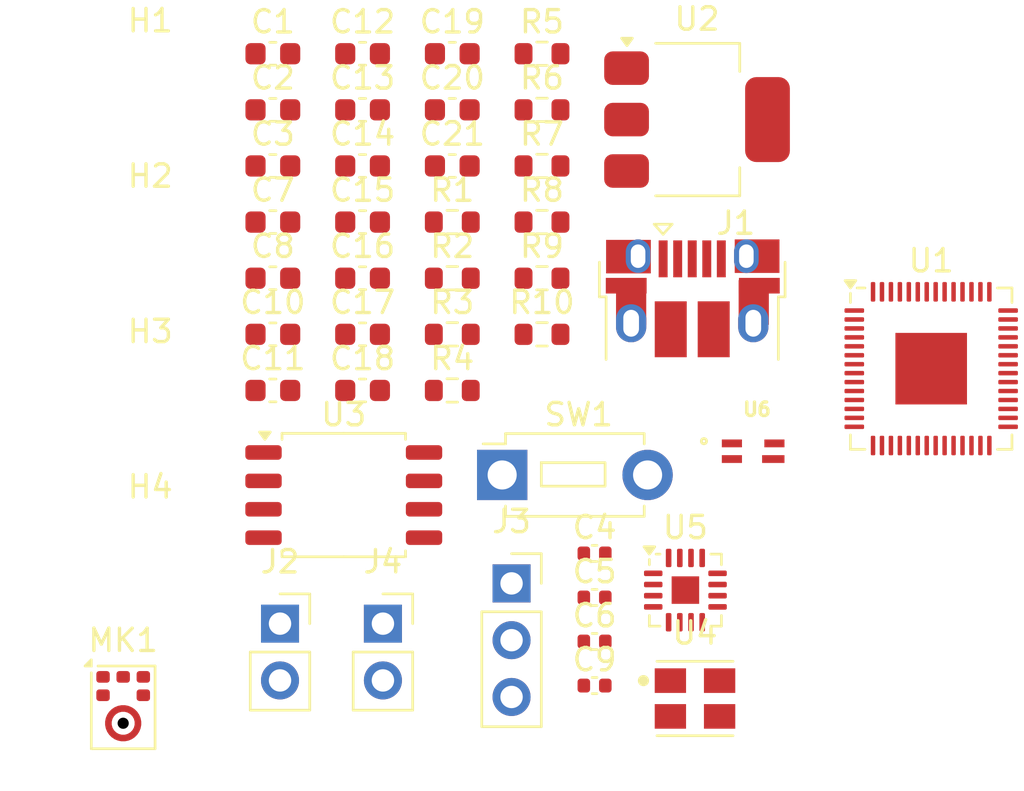
<source format=kicad_pcb>
(kicad_pcb (version 20241229) (generator "pcbnew") (generator_version "9.0")
  (layers (0 "F.Cu" signal) (2 "B.Cu" signal) (13 "F.Paste" user) (15 "B.Paste" user) (5 "F.SilkS" user "F.Silkscreen") (7 "B.SilkS" user "B.Silkscreen") (1 "F.Mask" user) (3 "B.Mask" user) (25 "Edge.Cuts" user))
  (net 0 "")
  (net 2 "+5V")
  (net 4 "GND")
  (net 6 "+3.3V")
  (net 7 "/XIN")
  (net 8 "/XOUT")
  (net 11 "+1V1")
  (net 12 "/USB_D+")
  (net 13 "/USB_D-")
  (net 15 "Net-(J2-Pin_2)")
  (net 17 "/SWD")
  (net 18 "/SWCLK")
  (net 19 "Net-(J4-Pin_2)")
  (net 21 "Net-(J4-Pin_1)")
  (net 25 "Net-(MK1-WS)")
  (net 26 "Net-(MK1-BCLK)")
  (net 30 "Net-(MK1-DATA)")
  (net 31 "/QSPI_SS")
  (net 32 "Net-(U1-USB_DP)")
  (net 33 "Net-(U1-USB_DM)")
  (net 34 "Net-(U5-~{SD_MODE})")
  (net 36 "/GPIO5")
  (net 38 "/GPIO4")
  (net 39 "/GPIO3")
  (net 40 "/GPIO6")
  (net 42 "/GPIO7")
  (net 44 "/RUN")
  (net 46 "/GPIO2")
  (net 49 "/QSPI_SD3")
  (net 52 "/QSPI_SCLK")
  (net 53 "/QSPI_SD1")
  (net 54 "/GPIO1")
  (net 55 "/QSPI_SD2")
  (net 56 "/QSPI_SD0")
  (net 57 "/GPIO0")
  (footprint "VEML6040:VISHAY_VEML6040_1.25X2X1" (layer "F.Cu") (at 127.9995 86.6395)
    (property "Reference" "U6" (at 0.173093 -1.872017 0) (layer "F.SilkS") (effects (font (size 0.600325 0.600325))))
    (property "Value" "VEML6040")
    (fp_circle (center -2.2 -0.45) (end -2.15 -0.45) (stroke (width 0.127)) (fill no) (layer "F.SilkS"))
    (pad "1" smd rect (at -0.95 -0.35) (size 0.9 0.35) (layers "F.Cu" "F.Mask" "F.Paste") (net 4 "GND"))
    (pad "2" smd rect (at -0.95 0.35) (size 0.9 0.35) (layers "F.Cu" "F.Mask" "F.Paste") (net 40 "/GPIO6"))
    (pad "3" smd rect (at 0.9 0.35) (size 1 0.35) (layers "F.Cu" "F.Mask" "F.Paste") (net 42 "/GPIO7"))
    (pad "4" smd rect (at 0.95 -0.35) (size 0.9 0.35) (layers "F.Cu" "F.Mask" "F.Paste") (net 6 "+3.3V"))
  )
  (footprint "Capacitor_SMD:C_0402_1005Metric" (layer "F.Cu") (at 120.911 91.211)
    (property "Reference" "C4" (at 0 -1.16 0) (layer "F.SilkS"))
    (property "Value" "15pF")
    (fp_line (start -0.107836 -0.36) (end 0.107836 -0.36) (stroke (width 0.12)) (layer "F.SilkS"))
    (fp_line (start -0.107836 0.36) (end 0.107836 0.36) (stroke (width 0.12)) (layer "F.SilkS"))
    (pad "1" smd roundrect (at -0.48 0) (size 0.56 0.62) (layers "F.Cu" "F.Mask" "F.Paste") (net 4 "GND"))
    (pad "2" smd roundrect (at 0.48 0) (size 0.56 0.62) (layers "F.Cu" "F.Mask" "F.Paste") (net 7 "/XIN"))
  )
  (footprint "Capacitor_SMD:C_0603_1608Metric" (layer "F.Cu") (at 110.541 83.921)
    (property "Reference" "C18" (at 0 -1.43 0) (layer "F.SilkS"))
    (property "Value" "0.1μF")
    (fp_line (start -0.14058 -0.51) (end 0.14058 -0.51) (stroke (width 0.12)) (layer "F.SilkS"))
    (fp_line (start -0.14058 0.51) (end 0.14058 0.51) (stroke (width 0.12)) (layer "F.SilkS"))
    (pad "1" smd roundrect (at -0.775 0) (size 0.9 0.95) (layers "F.Cu" "F.Mask" "F.Paste") (net 4 "GND"))
    (pad "2" smd roundrect (at 0.775 0) (size 0.9 0.95) (layers "F.Cu" "F.Mask" "F.Paste") (net 2 "+5V"))
  )
  (footprint "Capacitor_SMD:C_0603_1608Metric" (layer "F.Cu") (at 114.551 71.371)
    (property "Reference" "C20" (at 0 -1.43 0) (layer "F.SilkS"))
    (property "Value" "200pF")
    (fp_line (start -0.14058 -0.51) (end 0.14058 -0.51) (stroke (width 0.12)) (layer "F.SilkS"))
    (fp_line (start -0.14058 0.51) (end 0.14058 0.51) (stroke (width 0.12)) (layer "F.SilkS"))
    (pad "1" smd roundrect (at -0.775 0) (size 0.9 0.95) (layers "F.Cu" "F.Mask" "F.Paste") (net 4 "GND"))
    (pad "2" smd roundrect (at 0.775 0) (size 0.9 0.95) (layers "F.Cu" "F.Mask" "F.Paste") (net 6 "+3.3V"))
  )
  (footprint "Capacitor_SMD:C_0603_1608Metric" (layer "F.Cu") (at 110.541 76.391)
    (property "Reference" "C15" (at 0 -1.43 0) (layer "F.SilkS"))
    (property "Value" "100nF")
    (fp_line (start -0.14058 -0.51) (end 0.14058 -0.51) (stroke (width 0.12)) (layer "F.SilkS"))
    (fp_line (start -0.14058 0.51) (end 0.14058 0.51) (stroke (width 0.12)) (layer "F.SilkS"))
    (pad "1" smd roundrect (at -0.775 0) (size 0.9 0.95) (layers "F.Cu" "F.Mask" "F.Paste") (net 6 "+3.3V"))
    (pad "2" smd roundrect (at 0.775 0) (size 0.9 0.95) (layers "F.Cu" "F.Mask" "F.Paste") (net 4 "GND"))
  )
  (footprint "MountingHole:MountingHole_2.7mm_M2.5" (layer "F.Cu") (at 101.051 78.031)
    (property "Reference" "H2" (at 0 -3.7 0) (layer "F.SilkS"))
    (property "Value" "MountingHole")
    (pad "" np_thru_hole circle (at 0 0) (size 2.7 2.7) (drill 2.7) (layers "*.Cu" "*.Mask"))
  )
  (footprint "Package_TO_SOT_SMD:SOT-223-3_TabPin2" (layer "F.Cu") (at 125.491 71.806)
    (property "Reference" "U2" (at 0 -4.5 0) (layer "F.SilkS"))
    (property "Value" "NCP1117-3.3_SOT223")
    (fp_line (start -1.85 -3.41) (end 1.91 -3.41) (stroke (width 0.12)) (layer "F.SilkS"))
    (fp_line (start -1.85 3.41) (end 1.91 3.41) (stroke (width 0.12)) (layer "F.SilkS"))
    (fp_line (start 1.91 -3.41) (end 1.91 -2.15) (stroke (width 0.12)) (layer "F.SilkS"))
    (fp_line (start 1.91 3.41) (end 1.91 2.15) (stroke (width 0.12)) (layer "F.SilkS"))
    (fp_poly (pts (xy -3.13 -3.31) (xy -3.37 -3.64) (xy -2.89 -3.64) (xy -3.13 -3.31)) (stroke (width 0.12)) (fill yes) (layer "F.SilkS"))
    (pad "1" smd roundrect (at -3.15 -2.3) (size 2 1.5) (layers "F.Cu" "F.Mask" "F.Paste") (net 4 "GND"))
    (pad "2" smd roundrect (at -3.15 0) (size 2 1.5) (layers "F.Cu" "F.Mask" "F.Paste") (net 6 "+3.3V"))
    (pad "2" smd roundrect (at 3.15 0) (size 2 3.8) (layers "F.Cu" "F.Mask" "F.Paste") (net 6 "+3.3V"))
    (pad "3" smd roundrect (at -3.15 2.3) (size 2 1.5) (layers "F.Cu" "F.Mask" "F.Paste") (net 2 "+5V"))
  )
  (footprint "Button_Switch_THT:SW_PUSH_1P1T_6x3.5mm_H4.3_APEM_MJTP1243" (layer "F.Cu") (at 116.781 87.701)
    (property "Reference" "SW1" (at 3.42 -2.7 0) (layer "F.SilkS"))
    (property "Value" "SW_Push")
    (fp_line (start 0.15 -1.85) (end 0.15 -1.39) (stroke (width 0.12)) (layer "F.SilkS"))
    (fp_line (start 0.15 -1.39) (end -0.85 -1.39) (stroke (width 0.12)) (layer "F.SilkS"))
    (fp_line (start 0.15 1.39) (end 0.15 1.85) (stroke (width 0.12)) (layer "F.SilkS"))
    (fp_line (start 0.15 1.85) (end 6.35 1.85) (stroke (width 0.12)) (layer "F.SilkS"))
    (fp_line (start 6.35 -1.85) (end 0.15 -1.85) (stroke (width 0.12)) (layer "F.SilkS"))
    (fp_line (start 6.35 -1.85) (end 6.35 -1.39) (stroke (width 0.12)) (layer "F.SilkS"))
    (fp_line (start 6.35 1.39) (end 6.35 1.85) (stroke (width 0.12)) (layer "F.SilkS"))
    (fp_rect (start 1.75 -0.55) (end 4.6 0.5) (stroke (width 0.12)) (fill no) (layer "F.SilkS"))
    (pad "1" thru_hole rect (at 0 0 90) (size 2.25 2.25) (drill 1.3) (layers "*.Cu" "*.Mask") (net 44 "/RUN"))
    (pad "2" thru_hole circle (at 6.5 0 90) (size 2.25 2.25) (drill 1.3) (layers "*.Cu" "*.Mask") (net 4 "GND"))
  )
  (footprint "Capacitor_SMD:C_0603_1608Metric" (layer "F.Cu") (at 106.531 76.391)
    (property "Reference" "C7" (at 0 -1.43 0) (layer "F.SilkS"))
    (property "Value" "100nF")
    (fp_line (start -0.14058 -0.51) (end 0.14058 -0.51) (stroke (width 0.12)) (layer "F.SilkS"))
    (fp_line (start -0.14058 0.51) (end 0.14058 0.51) (stroke (width 0.12)) (layer "F.SilkS"))
    (pad "1" smd roundrect (at -0.775 0) (size 0.9 0.95) (layers "F.Cu" "F.Mask" "F.Paste") (net 11 "+1V1"))
    (pad "2" smd roundrect (at 0.775 0) (size 0.9 0.95) (layers "F.Cu" "F.Mask" "F.Paste") (net 4 "GND"))
  )
  (footprint "ABM8-272-T3:ABM8-272-T3" (layer "F.Cu") (at 125.4 97.7)
    (property "Reference" "U4" (at 0 -2.934 0) (layer "F.SilkS"))
    (property "Value" "ABM8-272-T3")
    (fp_line (start -1.7 -1.664) (end 1.7 -1.664) (stroke (width 0.12)) (layer "F.SilkS"))
    (fp_line (start 1.7 1.664) (end -1.7 1.664) (stroke (width 0.12)) (layer "F.SilkS"))
    (fp_circle (center -2.304 -0.8) (end -2.054 -0.8) (fill yes) (layer "F.SilkS"))
    (pad "1" smd rect (at -1.1 -0.8) (size 1.4 1.1) (layers "F.Cu" "F.Mask" "F.Paste") (net 7 "/XIN"))
    (pad "2" smd rect (at -1.1 0.8) (size 1.4 1.1) (layers "F.Cu" "F.Mask" "F.Paste") (net 4 "GND"))
    (pad "3" smd rect (at 1.1 0.8) (size 1.4 1.1) (layers "F.Cu" "F.Mask" "F.Paste") (net 8 "/XOUT"))
    (pad "4" smd rect (at 1.1 -0.8) (size 1.4 1.1) (layers "F.Cu" "F.Mask" "F.Paste") (net 4 "GND"))
  )
  (footprint "Capacitor_SMD:C_0603_1608Metric" (layer "F.Cu") (at 110.541 81.411)
    (property "Reference" "C17" (at 0 -1.43 0) (layer "F.SilkS"))
    (property "Value" "10μF")
    (fp_line (start -0.14058 -0.51) (end 0.14058 -0.51) (stroke (width 0.12)) (layer "F.SilkS"))
    (fp_line (start -0.14058 0.51) (end 0.14058 0.51) (stroke (width 0.12)) (layer "F.SilkS"))
    (pad "1" smd roundrect (at -0.775 0) (size 0.9 0.95) (layers "F.Cu" "F.Mask" "F.Paste") (net 4 "GND"))
    (pad "2" smd roundrect (at 0.775 0) (size 0.9 0.95) (layers "F.Cu" "F.Mask" "F.Paste") (net 2 "+5V"))
  )
  (footprint "Resistor_SMD:R_0603_1608Metric" (layer "F.Cu") (at 114.551 78.901)
    (property "Reference" "R2" (at 0 -1.43 0) (layer "F.SilkS"))
    (property "Value" "DNF")
    (fp_line (start -0.237258 -0.5225) (end 0.237258 -0.5225) (stroke (width 0.12)) (layer "F.SilkS"))
    (fp_line (start -0.237258 0.5225) (end 0.237258 0.5225) (stroke (width 0.12)) (layer "F.SilkS"))
    (pad "1" smd roundrect (at -0.825 0) (size 0.8 0.95) (layers "F.Cu" "F.Mask" "F.Paste") (net 31 "/QSPI_SS"))
    (pad "2" smd roundrect (at 0.825 0) (size 0.8 0.95) (layers "F.Cu" "F.Mask" "F.Paste") (net 6 "+3.3V"))
  )
  (footprint "Capacitor_SMD:C_0603_1608Metric" (layer "F.Cu") (at 106.531 68.861)
    (property "Reference" "C1" (at 0 -1.43 0) (layer "F.SilkS"))
    (property "Value" "10μF")
    (fp_line (start -0.14058 -0.51) (end 0.14058 -0.51) (stroke (width 0.12)) (layer "F.SilkS"))
    (fp_line (start -0.14058 0.51) (end 0.14058 0.51) (stroke (width 0.12)) (layer "F.SilkS"))
    (pad "1" smd roundrect (at -0.775 0) (size 0.9 0.95) (layers "F.Cu" "F.Mask" "F.Paste") (net 2 "+5V"))
    (pad "2" smd roundrect (at 0.775 0) (size 0.9 0.95) (layers "F.Cu" "F.Mask" "F.Paste") (net 4 "GND"))
  )
  (footprint "Resistor_SMD:R_0603_1608Metric" (layer "F.Cu") (at 114.551 83.921)
    (property "Reference" "R4" (at 0 -1.43 0) (layer "F.SilkS"))
    (property "Value" "27Ω")
    (fp_line (start -0.237258 -0.5225) (end 0.237258 -0.5225) (stroke (width 0.12)) (layer "F.SilkS"))
    (fp_line (start -0.237258 0.5225) (end 0.237258 0.5225) (stroke (width 0.12)) (layer "F.SilkS"))
    (pad "1" smd roundrect (at -0.825 0) (size 0.8 0.95) (layers "F.Cu" "F.Mask" "F.Paste") (net 13 "/USB_D-"))
    (pad "2" smd roundrect (at 0.825 0) (size 0.8 0.95) (layers "F.Cu" "F.Mask" "F.Paste") (net 33 "Net-(U1-USB_DM)"))
  )
  (footprint "Resistor_SMD:R_0603_1608Metric" (layer "F.Cu") (at 114.551 76.391)
    (property "Reference" "R1" (at 0 -1.43 0) (layer "F.SilkS"))
    (property "Value" "1kΩ")
    (fp_line (start -0.237258 -0.5225) (end 0.237258 -0.5225) (stroke (width 0.12)) (layer "F.SilkS"))
    (fp_line (start -0.237258 0.5225) (end 0.237258 0.5225) (stroke (width 0.12)) (layer "F.SilkS"))
    (pad "1" smd roundrect (at -0.825 0) (size 0.8 0.95) (layers "F.Cu" "F.Mask" "F.Paste") (net 15 "Net-(J2-Pin_2)"))
    (pad "2" smd roundrect (at 0.825 0) (size 0.8 0.95) (layers "F.Cu" "F.Mask" "F.Paste") (net 31 "/QSPI_SS"))
  )
  (footprint "Connector_USB:USB_Micro-B_Amphenol_10103594-0001LF_Horizontal" (layer "F.Cu") (at 125.301 79.801)
    (property "Reference" "J1" (at 1.925 -3.365 0) (layer "F.SilkS"))
    (property "Value" "USB_B_Micro")
    (fp_line (start -4.175 -0.065) (end -4.175 -1.615) (stroke (width 0.12)) (layer "F.SilkS"))
    (fp_line (start -4.175 -0.065) (end -3.875 -0.065) (stroke (width 0.12)) (layer "F.SilkS"))
    (fp_line (start -3.875 2.735) (end -3.875 -0.065) (stroke (width 0.12)) (layer "F.SilkS"))
    (fp_line (start -1.725 -3.315) (end -0.925 -3.315) (stroke (width 0.12)) (layer "F.SilkS"))
    (fp_line (start -1.325 -2.865) (end -1.725 -3.315) (stroke (width 0.12)) (layer "F.SilkS"))
    (fp_line (start -0.925 -3.315) (end -1.325 -2.865) (stroke (width 0.12)) (layer "F.SilkS"))
    (fp_line (start 3.825 -0.065) (end 4.125 -0.065) (stroke (width 0.12)) (layer "F.SilkS"))
    (fp_line (start 3.825 2.735) (end 3.825 -0.065) (stroke (width 0.12)) (layer "F.SilkS"))
    (fp_line (start 4.125 -0.065) (end 4.125 -1.615) (stroke (width 0.12)) (layer "F.SilkS"))
    (pad "1" smd rect (at -1.325 -1.765 90) (size 1.65 0.4) (layers "F.Cu" "F.Mask" "F.Paste") (net 2 "+5V"))
    (pad "2" smd rect (at -0.675 -1.765 90) (size 1.65 0.4) (layers "F.Cu" "F.Mask" "F.Paste") (net 13 "/USB_D-"))
    (pad "3" smd rect (at -0.025 -1.765 90) (size 1.65 0.4) (layers "F.Cu" "F.Mask" "F.Paste") (net 12 "/USB_D+"))
    (pad "4" smd rect (at 0.625 -1.765 90) (size 1.65 0.4) (layers "F.Cu" "F.Mask" "F.Paste"))
    (pad "5" smd rect (at 1.275 -1.765 90) (size 1.65 0.4) (layers "F.Cu" "F.Mask" "F.Paste") (net 4 "GND"))
    (pad "6" smd rect (at -2.975 -0.565) (size 1.825 0.7) (layers "F.Cu" "F.Mask" "F.Paste") (net 4 "GND"))
    (pad "6" smd rect (at -2.875 -1.865) (size 2 1.5) (layers "F.Cu" "F.Mask" "F.Paste") (net 4 "GND"))
    (pad "6" smd rect (at -2.755 0.185) (size 1.35 2) (layers "F.Cu" "F.Mask" "F.Paste") (net 4 "GND"))
    (pad "6" thru_hole oval (at -2.755 1.115 90) (size 1.7 1.35) (drill oval 1.2 0.7) (property pad_prop_heatsink) (layers "*.Cu" "*.Mask") (net 4 "GND"))
    (pad "6" thru_hole oval (at -2.445 -1.885 90) (size 1.5 1.1) (drill oval 1.05 0.65) (property pad_prop_heatsink) (layers "*.Cu" "*.Mask") (net 4 "GND"))
    (pad "6" smd rect (at -0.985 1.385 90) (size 2.5 1.43) (layers "F.Cu" "F.Mask" "F.Paste") (net 4 "GND"))
    (pad "6" smd rect (at 0.935 1.385 90) (size 2.5 1.43) (layers "F.Cu" "F.Mask" "F.Paste") (net 4 "GND"))
    (pad "6" thru_hole oval (at 2.395 -1.885 90) (size 1.5 1.1) (drill oval 1.05 0.65) (property pad_prop_heatsink) (layers "*.Cu" "*.Mask") (net 4 "GND"))
    (pad "6" thru_hole oval (at 2.705 1.115 90) (size 1.7 1.35) (drill oval 1.2 0.7) (property pad_prop_heatsink) (layers "*.Cu" "*.Mask") (net 4 "GND"))
    (pad "6" smd rect (at 2.725 0.185) (size 1.35 2) (layers "F.Cu" "F.Mask" "F.Paste") (net 4 "GND"))
    (pad "6" smd rect (at 2.875 -1.885) (size 2 1.5) (layers "F.Cu" "F.Mask" "F.Paste") (net 4 "GND"))
    (pad "6" smd rect (at 2.975 -0.565) (size 1.825 0.7) (layers "F.Cu" "F.Mask" "F.Paste") (net 4 "GND"))
  )
  (footprint "MountingHole:MountingHole_2.7mm_M2.5" (layer "F.Cu") (at 101.051 91.931)
    (property "Reference" "H4" (at 0 -3.7 0) (layer "F.SilkS"))
    (property "Value" "MountingHole")
    (pad "" np_thru_hole circle (at 0 0) (size 2.7 2.7) (drill 2.7) (layers "*.Cu" "*.Mask"))
  )
  (footprint "Capacitor_SMD:C_0603_1608Metric" (layer "F.Cu") (at 106.531 83.921)
    (property "Reference" "C11" (at 0 -1.43 0) (layer "F.SilkS"))
    (property "Value" "100nF")
    (fp_line (start -0.14058 -0.51) (end 0.14058 -0.51) (stroke (width 0.12)) (layer "F.SilkS"))
    (fp_line (start -0.14058 0.51) (end 0.14058 0.51) (stroke (width 0.12)) (layer "F.SilkS"))
    (pad "1" smd roundrect (at -0.775 0) (size 0.9 0.95) (layers "F.Cu" "F.Mask" "F.Paste") (net 6 "+3.3V"))
    (pad "2" smd roundrect (at 0.775 0) (size 0.9 0.95) (layers "F.Cu" "F.Mask" "F.Paste") (net 4 "GND"))
  )
  (footprint "MountingHole:MountingHole_2.7mm_M2.5" (layer "F.Cu") (at 101.051 84.981)
    (property "Reference" "H3" (at 0 -3.7 0) (layer "F.SilkS"))
    (property "Value" "MountingHole")
    (pad "" np_thru_hole circle (at 0 0) (size 2.7 2.7) (drill 2.7) (layers "*.Cu" "*.Mask"))
  )
  (footprint "Connector_PinSocket_2.54mm:PinSocket_1x02_P2.54mm_Vertical" (layer "F.Cu") (at 111.451 94.351)
    (property "Reference" "J4" (at 0 -2.77 0) (layer "F.SilkS"))
    (property "Value" "Conn_01x02")
    (fp_line (start -1.33 1.27) (end -1.33 3.87) (stroke (width 0.12)) (layer "F.SilkS"))
    (fp_line (start -1.33 1.27) (end 1.33 1.27) (stroke (width 0.12)) (layer "F.SilkS"))
    (fp_line (start -1.33 3.87) (end 1.33 3.87) (stroke (width 0.12)) (layer "F.SilkS"))
    (fp_line (start 0 -1.33) (end 1.33 -1.33) (stroke (width 0.12)) (layer "F.SilkS"))
    (fp_line (start 1.33 -1.33) (end 1.33 0) (stroke (width 0.12)) (layer "F.SilkS"))
    (fp_line (start 1.33 1.27) (end 1.33 3.87) (stroke (width 0.12)) (layer "F.SilkS"))
    (pad "1" thru_hole rect (at 0 0) (size 1.7 1.7) (drill 1) (layers "*.Cu" "*.Mask") (net 21 "Net-(J4-Pin_1)"))
    (pad "2" thru_hole oval (at 0 2.54) (size 1.7 1.7) (drill 1) (layers "*.Cu" "*.Mask") (net 19 "Net-(J4-Pin_2)"))
  )
  (footprint "Package_DFN_QFN:QFN-56-1EP_7x7mm_P0.4mm_EP3.2x3.2mm" (layer "F.Cu") (at 135.9577 82.9472)
    (property "Reference" "U1" (at 0 -4.83 0) (layer "F.SilkS"))
    (property "Value" "RP2040")
    (fp_line (start -3.61 -2.96) (end -3.61 -3.37) (stroke (width 0.12)) (layer "F.SilkS"))
    (fp_line (start -3.61 3.61) (end -3.61 2.96) (stroke (width 0.12)) (layer "F.SilkS"))
    (fp_line (start -2.96 -3.61) (end -3.31 -3.61) (stroke (width 0.12)) (layer "F.SilkS"))
    (fp_line (start -2.96 3.61) (end -3.61 3.61) (stroke (width 0.12)) (layer "F.SilkS"))
    (fp_line (start 2.96 -3.61) (end 3.61 -3.61) (stroke (width 0.12)) (layer "F.SilkS"))
    (fp_line (start 2.96 3.61) (end 3.61 3.61) (stroke (width 0.12)) (layer "F.SilkS"))
    (fp_line (start 3.61 -3.61) (end 3.61 -2.96) (stroke (width 0.12)) (layer "F.SilkS"))
    (fp_line (start 3.61 3.61) (end 3.61 2.96) (stroke (width 0.12)) (layer "F.SilkS"))
    (fp_poly (pts (xy -3.61 -3.61) (xy -3.85 -3.94) (xy -3.37 -3.94) (xy -3.61 -3.61)) (stroke (width 0.12)) (fill yes) (layer "F.SilkS"))
    (pad "1" smd roundrect (at -3.4375 -2.6) (size 0.875 0.2) (layers "F.Cu" "F.Mask" "F.Paste") (net 6 "+3.3V"))
    (pad "2" smd roundrect (at -3.4375 -2.2) (size 0.875 0.2) (layers "F.Cu" "F.Mask" "F.Paste") (net 57 "/GPIO0"))
    (pad "3" smd roundrect (at -3.4375 -1.8) (size 0.875 0.2) (layers "F.Cu" "F.Mask" "F.Paste") (net 54 "/GPIO1"))
    (pad "4" smd roundrect (at -3.4375 -1.4) (size 0.875 0.2) (layers "F.Cu" "F.Mask" "F.Paste") (net 46 "/GPIO2"))
    (pad "5" smd roundrect (at -3.4375 -1) (size 0.875 0.2) (layers "F.Cu" "F.Mask" "F.Paste") (net 39 "/GPIO3"))
    (pad "6" smd roundrect (at -3.4375 -0.6) (size 0.875 0.2) (layers "F.Cu" "F.Mask" "F.Paste") (net 38 "/GPIO4"))
    (pad "7" smd roundrect (at -3.4375 -0.2) (size 0.875 0.2) (layers "F.Cu" "F.Mask" "F.Paste") (net 36 "/GPIO5"))
    (pad "8" smd roundrect (at -3.4375 0.2) (size 0.875 0.2) (layers "F.Cu" "F.Mask" "F.Paste") (net 40 "/GPIO6"))
    (pad "9" smd roundrect (at -3.4375 0.6) (size 0.875 0.2) (layers "F.Cu" "F.Mask" "F.Paste") (net 42 "/GPIO7"))
    (pad "10" smd roundrect (at -3.4375 1) (size 0.875 0.2) (layers "F.Cu" "F.Mask" "F.Paste") (net 6 "+3.3V"))
    (pad "11" smd roundrect (at -3.4375 1.4) (size 0.875 0.2) (layers "F.Cu" "F.Mask" "F.Paste"))
    (pad "12" smd roundrect (at -3.4375 1.8) (size 0.875 0.2) (layers "F.Cu" "F.Mask" "F.Paste"))
    (pad "13" smd roundrect (at -3.4375 2.2) (size 0.875 0.2) (layers "F.Cu" "F.Mask" "F.Paste"))
    (pad "14" smd roundrect (at -3.4375 2.6) (size 0.875 0.2) (layers "F.Cu" "F.Mask" "F.Paste"))
    (pad "15" smd roundrect (at -2.6 3.4375) (size 0.2 0.875) (layers "F.Cu" "F.Mask" "F.Paste"))
    (pad "16" smd roundrect (at -2.2 3.4375) (size 0.2 0.875) (layers "F.Cu" "F.Mask" "F.Paste"))
    (pad "17" smd roundrect (at -1.8 3.4375) (size 0.2 0.875) (layers "F.Cu" "F.Mask" "F.Paste"))
    (pad "18" smd roundrect (at -1.4 3.4375) (size 0.2 0.875) (layers "F.Cu" "F.Mask" "F.Paste"))
    (pad "19" smd roundrect (at -1 3.4375) (size 0.2 0.875) (layers "F.Cu" "F.Mask" "F.Paste") (net 4 "GND"))
    (pad "20" smd roundrect (at -0.6 3.4375) (size 0.2 0.875) (layers "F.Cu" "F.Mask" "F.Paste") (net 7 "/XIN"))
    (pad "21" smd roundrect (at -0.2 3.4375) (size 0.2 0.875) (layers "F.Cu" "F.Mask" "F.Paste") (net 8 "/XOUT"))
    (pad "22" smd roundrect (at 0.2 3.4375) (size 0.2 0.875) (layers "F.Cu" "F.Mask" "F.Paste") (net 6 "+3.3V"))
    (pad "23" smd roundrect (at 0.6 3.4375) (size 0.2 0.875) (layers "F.Cu" "F.Mask" "F.Paste") (net 11 "+1V1"))
    (pad "24" smd roundrect (at 1 3.4375) (size 0.2 0.875) (layers "F.Cu" "F.Mask" "F.Paste") (net 18 "/SWCLK"))
    (pad "25" smd roundrect (at 1.4 3.4375) (size 0.2 0.875) (layers "F.Cu" "F.Mask" "F.Paste") (net 17 "/SWD"))
    (pad "26" smd roundrect (at 1.8 3.4375) (size 0.2 0.875) (layers "F.Cu" "F.Mask" "F.Paste") (net 44 "/RUN"))
    (pad "27" smd roundrect (at 2.2 3.4375) (size 0.2 0.875) (layers "F.Cu" "F.Mask" "F.Paste"))
    (pad "28" smd roundrect (at 2.6 3.4375) (size 0.2 0.875) (layers "F.Cu" "F.Mask" "F.Paste"))
    (pad "29" smd roundrect (at 3.4375 2.6) (size 0.875 0.2) (layers "F.Cu" "F.Mask" "F.Paste"))
    (pad "30" smd roundrect (at 3.4375 2.2) (size 0.875 0.2) (layers "F.Cu" "F.Mask" "F.Paste"))
    (pad "31" smd roundrect (at 3.4375 1.8) (size 0.875 0.2) (layers "F.Cu" "F.Mask" "F.Paste"))
    (pad "32" smd roundrect (at 3.4375 1.4) (size 0.875 0.2) (layers "F.Cu" "F.Mask" "F.Paste"))
    (pad "33" smd roundrect (at 3.4375 1) (size 0.875 0.2) (layers "F.Cu" "F.Mask" "F.Paste") (net 6 "+3.3V"))
    (pad "34" smd roundrect (at 3.4375 0.6) (size 0.875 0.2) (layers "F.Cu" "F.Mask" "F.Paste"))
    (pad "35" smd roundrect (at 3.4375 0.2) (size 0.875 0.2) (layers "F.Cu" "F.Mask" "F.Paste"))
    (pad "36" smd roundrect (at 3.4375 -0.2) (size 0.875 0.2) (layers "F.Cu" "F.Mask" "F.Paste"))
    (pad "37" smd roundrect (at 3.4375 -0.6) (size 0.875 0.2) (layers "F.Cu" "F.Mask" "F.Paste"))
    (pad "38" smd roundrect (at 3.4375 -1) (size 0.875 0.2) (layers "F.Cu" "F.Mask" "F.Paste"))
    (pad "39" smd roundrect (at 3.4375 -1.4) (size 0.875 0.2) (layers "F.Cu" "F.Mask" "F.Paste"))
    (pad "40" smd roundrect (at 3.4375 -1.8) (size 0.875 0.2) (layers "F.Cu" "F.Mask" "F.Paste"))
    (pad "41" smd roundrect (at 3.4375 -2.2) (size 0.875 0.2) (layers "F.Cu" "F.Mask" "F.Paste"))
    (pad "42" smd roundrect (at 3.4375 -2.6) (size 0.875 0.2) (layers "F.Cu" "F.Mask" "F.Paste") (net 6 "+3.3V"))
    (pad "43" smd roundrect (at 2.6 -3.4375) (size 0.2 0.875) (layers "F.Cu" "F.Mask" "F.Paste") (net 6 "+3.3V"))
    (pad "44" smd roundrect (at 2.2 -3.4375) (size 0.2 0.875) (layers "F.Cu" "F.Mask" "F.Paste") (net 6 "+3.3V"))
    (pad "45" smd roundrect (at 1.8 -3.4375) (size 0.2 0.875) (layers "F.Cu" "F.Mask" "F.Paste") (net 11 "+1V1"))
    (pad "46" smd roundrect (at 1.4 -3.4375) (size 0.2 0.875) (layers "F.Cu" "F.Mask" "F.Paste") (net 33 "Net-(U1-USB_DM)"))
    (pad "47" smd roundrect (at 1 -3.4375) (size 0.2 0.875) (layers "F.Cu" "F.Mask" "F.Paste") (net 32 "Net-(U1-USB_DP)"))
    (pad "48" smd roundrect (at 0.6 -3.4375) (size 0.2 0.875) (layers "F.Cu" "F.Mask" "F.Paste") (net 6 "+3.3V"))
    (pad "49" smd roundrect (at 0.2 -3.4375) (size 0.2 0.875) (layers "F.Cu" "F.Mask" "F.Paste") (net 6 "+3.3V"))
    (pad "50" smd roundrect (at -0.2 -3.4375) (size 0.2 0.875) (layers "F.Cu" "F.Mask" "F.Paste") (net 11 "+1V1"))
    (pad "51" smd roundrect (at -0.6 -3.4375) (size 0.2 0.875) (layers "F.Cu" "F.Mask" "F.Paste") (net 49 "/QSPI_SD3"))
    (pad "52" smd roundrect (at -1 -3.4375) (size 0.2 0.875) (layers "F.Cu" "F.Mask" "F.Paste") (net 52 "/QSPI_SCLK"))
    (pad "53" smd roundrect (at -1.4 -3.4375) (size 0.2 0.875) (layers "F.Cu" "F.Mask" "F.Paste") (net 56 "/QSPI_SD0"))
    (pad "54" smd roundrect (at -1.8 -3.4375) (size 0.2 0.875) (layers "F.Cu" "F.Mask" "F.Paste") (net 55 "/QSPI_SD2"))
    (pad "55" smd roundrect (at -2.2 -3.4375) (size 0.2 0.875) (layers "F.Cu" "F.Mask" "F.Paste") (net 53 "/QSPI_SD1"))
    (pad "56" smd roundrect (at -2.6 -3.4375) (size 0.2 0.875) (layers "F.Cu" "F.Mask" "F.Paste") (net 31 "/QSPI_SS"))
    (pad "57" smd rect (at 0 0) (size 3.2 3.2) (property pad_prop_heatsink) (layers "F.Cu" "F.Mask") (net 4 "GND"))
  )
  (footprint "Resistor_SMD:R_0603_1608Metric" (layer "F.Cu") (at 118.561 68.861)
    (property "Reference" "R5" (at 0 -1.43 0) (layer "F.SilkS"))
    (property "Value" "1MΩ")
    (fp_line (start -0.237258 -0.5225) (end 0.237258 -0.5225) (stroke (width 0.12)) (layer "F.SilkS"))
    (fp_line (start -0.237258 0.5225) (end 0.237258 0.5225) (stroke (width 0.12)) (layer "F.SilkS"))
    (pad "1" smd roundrect (at -0.825 0) (size 0.8 0.95) (layers "F.Cu" "F.Mask" "F.Paste") (net 2 "+5V"))
    (pad "2" smd roundrect (at 0.825 0) (size 0.8 0.95) (layers "F.Cu" "F.Mask" "F.Paste") (net 34 "Net-(U5-~{SD_MODE})"))
  )
  (footprint "Capacitor_SMD:C_0603_1608Metric" (layer "F.Cu") (at 114.551 73.881)
    (property "Reference" "C21" (at 0 -1.43 0) (layer "F.SilkS"))
    (property "Value" "100nF")
    (fp_line (start -0.14058 -0.51) (end 0.14058 -0.51) (stroke (width 0.12)) (layer "F.SilkS"))
    (fp_line (start -0.14058 0.51) (end 0.14058 0.51) (stroke (width 0.12)) (layer "F.SilkS"))
    (pad "1" smd roundrect (at -0.775 0) (size 0.9 0.95) (layers "F.Cu" "F.Mask" "F.Paste") (net 4 "GND"))
    (pad "2" smd roundrect (at 0.775 0) (size 0.9 0.95) (layers "F.Cu" "F.Mask" "F.Paste") (net 6 "+3.3V"))
  )
  (footprint "Capacitor_SMD:C_0603_1608Metric" (layer "F.Cu") (at 110.541 71.371)
    (property "Reference" "C13" (at 0 -1.43 0) (layer "F.SilkS"))
    (property "Value" "100nF")
    (fp_line (start -0.14058 -0.51) (end 0.14058 -0.51) (stroke (width 0.12)) (layer "F.SilkS"))
    (fp_line (start -0.14058 0.51) (end 0.14058 0.51) (stroke (width 0.12)) (layer "F.SilkS"))
    (pad "1" smd roundrect (at -0.775 0) (size 0.9 0.95) (layers "F.Cu" "F.Mask" "F.Paste") (net 6 "+3.3V"))
    (pad "2" smd roundrect (at 0.775 0) (size 0.9 0.95) (layers "F.Cu" "F.Mask" "F.Paste") (net 4 "GND"))
  )
  (footprint "Resistor_SMD:R_0603_1608Metric" (layer "F.Cu") (at 118.561 73.881)
    (property "Reference" "R7" (at 0 -1.43 0) (layer "F.SilkS"))
    (property "Value" "51Ω")
    (fp_line (start -0.237258 -0.5225) (end 0.237258 -0.5225) (stroke (width 0.12)) (layer "F.SilkS"))
    (fp_line (start -0.237258 0.5225) (end 0.237258 0.5225) (stroke (width 0.12)) (layer "F.SilkS"))
    (pad "1" smd roundrect (at -0.825 0) (size 0.8 0.95) (layers "F.Cu" "F.Mask" "F.Paste") (net 38 "/GPIO4"))
    (pad "2" smd roundrect (at 0.825 0) (size 0.8 0.95) (layers "F.Cu" "F.Mask" "F.Paste") (net 26 "Net-(MK1-BCLK)"))
  )
  (footprint "Connector_PinSocket_2.54mm:PinSocket_1x02_P2.54mm_Vertical" (layer "F.Cu") (at 106.851 94.351)
    (property "Reference" "J2" (at 0 -2.77 0) (layer "F.SilkS"))
    (property "Value" "Conn_01x02")
    (fp_line (start -1.33 1.27) (end -1.33 3.87) (stroke (width 0.12)) (layer "F.SilkS"))
    (fp_line (start -1.33 1.27) (end 1.33 1.27) (stroke (width 0.12)) (layer "F.SilkS"))
    (fp_line (start -1.33 3.87) (end 1.33 3.87) (stroke (width 0.12)) (layer "F.SilkS"))
    (fp_line (start 0 -1.33) (end 1.33 -1.33) (stroke (width 0.12)) (layer "F.SilkS"))
    (fp_line (start 1.33 -1.33) (end 1.33 0) (stroke (width 0.12)) (layer "F.SilkS"))
    (fp_line (start 1.33 1.27) (end 1.33 3.87) (stroke (width 0.12)) (layer "F.SilkS"))
    (pad "1" thru_hole rect (at 0 0) (size 1.7 1.7) (drill 1) (layers "*.Cu" "*.Mask") (net 4 "GND"))
    (pad "2" thru_hole oval (at 0 2.54) (size 1.7 1.7) (drill 1) (layers "*.Cu" "*.Mask") (net 15 "Net-(J2-Pin_2)"))
  )
  (footprint "Resistor_SMD:R_0603_1608Metric" (layer "F.Cu") (at 118.561 78.901)
    (property "Reference" "R9" (at 0 -1.43 0) (layer "F.SilkS"))
    (property "Value" "2.2kΩ")
    (fp_line (start -0.237258 -0.5225) (end 0.237258 -0.5225) (stroke (width 0.12)) (layer "F.SilkS"))
    (fp_line (start -0.237258 0.5225) (end 0.237258 0.5225) (stroke (width 0.12)) (layer "F.SilkS"))
    (pad "1" smd roundrect (at -0.825 0) (size 0.8 0.95) (layers "F.Cu" "F.Mask" "F.Paste") (net 40 "/GPIO6"))
    (pad "2" smd roundrect (at 0.825 0) (size 0.8 0.95) (layers "F.Cu" "F.Mask" "F.Paste") (net 6 "+3.3V"))
  )
  (footprint "Resistor_SMD:R_0603_1608Metric" (layer "F.Cu") (at 118.561 81.411)
    (property "Reference" "R10" (at 0 -1.43 0) (layer "F.SilkS"))
    (property "Value" "2.2kΩ")
    (fp_line (start -0.237258 -0.5225) (end 0.237258 -0.5225) (stroke (width 0.12)) (layer "F.SilkS"))
    (fp_line (start -0.237258 0.5225) (end 0.237258 0.5225) (stroke (width 0.12)) (layer "F.SilkS"))
    (pad "1" smd roundrect (at -0.825 0) (size 0.8 0.95) (layers "F.Cu" "F.Mask" "F.Paste") (net 42 "/GPIO7"))
    (pad "2" smd roundrect (at 0.825 0) (size 0.8 0.95) (layers "F.Cu" "F.Mask" "F.Paste") (net 6 "+3.3V"))
  )
  (footprint "Package_SO:SOIC-8_5.3x5.3mm_P1.27mm" (layer "F.Cu") (at 109.701 88.601)
    (property "Reference" "U3" (at 0 -3.6 0) (layer "F.SilkS"))
    (property "Value" "W25Q128JVS")
    (fp_line (start -2.76 -2.76) (end -2.76 -2.49) (stroke (width 0.12)) (layer "F.SilkS"))
    (fp_line (start -2.76 2.76) (end -2.76 2.49) (stroke (width 0.12)) (layer "F.SilkS"))
    (fp_line (start 0 -2.76) (end -2.76 -2.76) (stroke (width 0.12)) (layer "F.SilkS"))
    (fp_line (start 0 -2.76) (end 2.76 -2.76) (stroke (width 0.12)) (layer "F.SilkS"))
    (fp_line (start 0 2.76) (end -2.76 2.76) (stroke (width 0.12)) (layer "F.SilkS"))
    (fp_line (start 0 2.76) (end 2.76 2.76) (stroke (width 0.12)) (layer "F.SilkS"))
    (fp_line (start 2.76 -2.76) (end 2.76 -2.49) (stroke (width 0.12)) (layer "F.SilkS"))
    (fp_line (start 2.76 2.76) (end 2.76 2.49) (stroke (width 0.12)) (layer "F.SilkS"))
    (fp_poly (pts (xy -3.525 -2.49) (xy -3.765 -2.82) (xy -3.285 -2.82) (xy -3.525 -2.49)) (stroke (width 0.12)) (fill yes) (layer "F.SilkS"))
    (pad "1" smd roundrect (at -3.5875 -1.905) (size 1.625 0.65) (layers "F.Cu" "F.Mask" "F.Paste") (net 31 "/QSPI_SS"))
    (pad "2" smd roundrect (at -3.5875 -0.635) (size 1.625 0.65) (layers "F.Cu" "F.Mask" "F.Paste") (net 53 "/QSPI_SD1"))
    (pad "3" smd roundrect (at -3.5875 0.635) (size 1.625 0.65) (layers "F.Cu" "F.Mask" "F.Paste") (net 55 "/QSPI_SD2"))
    (pad "4" smd roundrect (at -3.5875 1.905) (size 1.625 0.65) (layers "F.Cu" "F.Mask" "F.Paste") (net 4 "GND"))
    (pad "5" smd roundrect (at 3.5875 1.905) (size 1.625 0.65) (layers "F.Cu" "F.Mask" "F.Paste") (net 56 "/QSPI_SD0"))
    (pad "6" smd roundrect (at 3.5875 0.635) (size 1.625 0.65) (layers "F.Cu" "F.Mask" "F.Paste") (net 52 "/QSPI_SCLK"))
    (pad "7" smd roundrect (at 3.5875 -0.635) (size 1.625 0.65) (layers "F.Cu" "F.Mask" "F.Paste") (net 49 "/QSPI_SD3"))
    (pad "8" smd roundrect (at 3.5875 -1.905) (size 1.625 0.65) (layers "F.Cu" "F.Mask" "F.Paste") (net 6 "+3.3V"))
  )
  (footprint "Resistor_SMD:R_0603_1608Metric" (layer "F.Cu") (at 118.561 71.371)
    (property "Reference" "R6" (at 0 -1.43 0) (layer "F.SilkS"))
    (property "Value" "51Ω")
    (fp_line (start -0.237258 -0.5225) (end 0.237258 -0.5225) (stroke (width 0.12)) (layer "F.SilkS"))
    (fp_line (start -0.237258 0.5225) (end 0.237258 0.5225) (stroke (width 0.12)) (layer "F.SilkS"))
    (pad "1" smd roundrect (at -0.825 0) (size 0.8 0.95) (layers "F.Cu" "F.Mask" "F.Paste") (net 36 "/GPIO5"))
    (pad "2" smd roundrect (at 0.825 0) (size 0.8 0.95) (layers "F.Cu" "F.Mask" "F.Paste") (net 25 "Net-(MK1-WS)"))
  )
  (footprint "Capacitor_SMD:C_0603_1608Metric" (layer "F.Cu") (at 106.531 78.901)
    (property "Reference" "C8" (at 0 -1.43 0) (layer "F.SilkS"))
    (property "Value" "100nF")
    (fp_line (start -0.14058 -0.51) (end 0.14058 -0.51) (stroke (width 0.12)) (layer "F.SilkS"))
    (fp_line (start -0.14058 0.51) (end 0.14058 0.51) (stroke (width 0.12)) (layer "F.SilkS"))
    (pad "1" smd roundrect (at -0.775 0) (size 0.9 0.95) (layers "F.Cu" "F.Mask" "F.Paste") (net 11 "+1V1"))
    (pad "2" smd roundrect (at 0.775 0) (size 0.9 0.95) (layers "F.Cu" "F.Mask" "F.Paste") (net 4 "GND"))
  )
  (footprint "Sensor_Audio:Knowles_SPH0645LM4H-6_3.5x2.65mm" (layer "F.Cu") (at 99.841 98.096)
    (property "Reference" "MK1" (at 0 -3 0) (layer "F.SilkS"))
    (property "Value" "SPH0645LM4H")
    (fp_line (start -1.425 1.85) (end -1.425 -1.55) (stroke (width 0.12)) (layer "F.SilkS"))
    (fp_line (start -1.125 -1.85) (end 1.425 -1.85) (stroke (width 0.12)) (layer "F.SilkS"))
    (fp_line (start 1.425 -1.85) (end 1.425 1.85) (stroke (width 0.12)) (layer "F.SilkS"))
    (fp_line (start 1.425 1.85) (end -1.425 1.85) (stroke (width 0.12)) (layer "F.SilkS"))
    (fp_poly (pts (xy -1.425 -1.85) (xy -1.705 -1.85) (xy -1.425 -2.13) (xy -1.425 -1.85)) (stroke (width 0.12)) (fill yes) (layer "F.SilkS"))
    (pad "" np_thru_hole circle (at 0 0.71) (size 0.5 0.5) (drill 0.5) (layers "*.Mask"))
    (pad "1" smd roundrect (at -0.9 -1.364) (size 0.6 0.522) (layers "F.Cu" "F.Mask" "F.Paste") (net 25 "Net-(MK1-WS)"))
    (pad "2" smd roundrect (at -0.9 -0.542) (size 0.6 0.522) (layers "F.Cu" "F.Mask" "F.Paste") (net 4 "GND"))
    (pad "3" smd custom (at 0.662 0.71 90) (size 0.3 0.3) (layers "F.Cu" "F.Mask") (net 4 "GND") (options (clearance outline) (anchor circle)) (primitives (gr_circle (center 0 -0.662) (end 0.662 -0.662) (width 0.3) (fill no))))
    (pad "4" smd roundrect (at 0.9 -0.542) (size 0.6 0.522) (layers "F.Cu" "F.Mask" "F.Paste") (net 26 "Net-(MK1-BCLK)"))
    (pad "5" smd roundrect (at 0.9 -1.364) (size 0.6 0.522) (layers "F.Cu" "F.Mask" "F.Paste") (net 6 "+3.3V"))
    (pad "6" smd roundrect (at 0 -1.364) (size 0.6 0.522) (layers "F.Cu" "F.Mask" "F.Paste") (net 30 "Net-(MK1-DATA)"))
  )
  (footprint "Capacitor_SMD:C_0603_1608Metric" (layer "F.Cu") (at 110.541 78.901)
    (property "Reference" "C16" (at 0 -1.43 0) (layer "F.SilkS"))
    (property "Value" "100nF")
    (fp_line (start -0.14058 -0.51) (end 0.14058 -0.51) (stroke (width 0.12)) (layer "F.SilkS"))
    (fp_line (start -0.14058 0.51) (end 0.14058 0.51) (stroke (width 0.12)) (layer "F.SilkS"))
    (pad "1" smd roundrect (at -0.775 0) (size 0.9 0.95) (layers "F.Cu" "F.Mask" "F.Paste") (net 6 "+3.3V"))
    (pad "2" smd roundrect (at 0.775 0) (size 0.9 0.95) (layers "F.Cu" "F.Mask" "F.Paste") (net 4 "GND"))
  )
  (footprint "Connector_PinSocket_2.54mm:PinSocket_1x03_P2.54mm_Vertical" (layer "F.Cu") (at 117.201 92.551)
    (property "Reference" "J3" (at 0 -2.77 0) (layer "F.SilkS"))
    (property "Value" "Conn_01x03")
    (fp_line (start -1.33 1.27) (end -1.33 6.41) (stroke (width 0.12)) (layer "F.SilkS"))
    (fp_line (start -1.33 1.27) (end 1.33 1.27) (stroke (width 0.12)) (layer "F.SilkS"))
    (fp_line (start -1.33 6.41) (end 1.33 6.41) (stroke (width 0.12)) (layer "F.SilkS"))
    (fp_line (start 0 -1.33) (end 1.33 -1.33) (stroke (width 0.12)) (layer "F.SilkS"))
    (fp_line (start 1.33 -1.33) (end 1.33 0) (stroke (width 0.12)) (layer "F.SilkS"))
    (fp_line (start 1.33 1.27) (end 1.33 6.41) (stroke (width 0.12)) (layer "F.SilkS"))
    (pad "1" thru_hole rect (at 0 0) (size 1.7 1.7) (drill 1) (layers "*.Cu" "*.Mask") (net 18 "/SWCLK"))
    (pad "2" thru_hole oval (at 0 2.54) (size 1.7 1.7) (drill 1) (layers "*.Cu" "*.Mask") (net 4 "GND"))
    (pad "3" thru_hole oval (at 0 5.08) (size 1.7 1.7) (drill 1) (layers "*.Cu" "*.Mask") (net 17 "/SWD"))
  )
  (footprint "Resistor_SMD:R_0603_1608Metric" (layer "F.Cu") (at 118.561 76.391)
    (property "Reference" "R8" (at 0 -1.43 0) (layer "F.SilkS"))
    (property "Value" "51Ω")
    (fp_line (start -0.237258 -0.5225) (end 0.237258 -0.5225) (stroke (width 0.12)) (layer "F.SilkS"))
    (fp_line (start -0.237258 0.5225) (end 0.237258 0.5225) (stroke (width 0.12)) (layer "F.SilkS"))
    (pad "1" smd roundrect (at -0.825 0) (size 0.8 0.95) (layers "F.Cu" "F.Mask" "F.Paste") (net 30 "Net-(MK1-DATA)"))
    (pad "2" smd roundrect (at 0.825 0) (size 0.8 0.95) (layers "F.Cu" "F.Mask" "F.Paste") (net 39 "/GPIO3"))
  )
  (footprint "Package_DFN_QFN:TQFN-16-1EP_3x3mm_P0.5mm_EP1.23x1.23mm" (layer "F.Cu") (at 124.971 92.851)
    (property "Reference" "U5" (at 0 -2.8 0) (layer "F.SilkS"))
    (property "Value" "MAX98357A")
    (fp_line (start -1.61 -1.135) (end -1.61 -1.37) (stroke (width 0.12)) (layer "F.SilkS"))
    (fp_line (start -1.61 1.61) (end -1.61 1.135) (stroke (width 0.12)) (layer "F.SilkS"))
    (fp_line (start -1.135 -1.61) (end -1.31 -1.61) (stroke (width 0.12)) (layer "F.SilkS"))
    (fp_line (start -1.135 1.61) (end -1.61 1.61) (stroke (width 0.12)) (layer "F.SilkS"))
    (fp_line (start 1.135 -1.61) (end 1.61 -1.61) (stroke (width 0.12)) (layer "F.SilkS"))
    (fp_line (start 1.135 1.61) (end 1.61 1.61) (stroke (width 0.12)) (layer "F.SilkS"))
    (fp_line (start 1.61 -1.61) (end 1.61 -1.135) (stroke (width 0.12)) (layer "F.SilkS"))
    (fp_line (start 1.61 1.61) (end 1.61 1.135) (stroke (width 0.12)) (layer "F.SilkS"))
    (fp_poly (pts (xy -1.61 -1.61) (xy -1.85 -1.94) (xy -1.37 -1.94) (xy -1.61 -1.61)) (stroke (width 0.12)) (fill yes) (layer "F.SilkS"))
    (pad "1" smd roundrect (at -1.4375 -0.75) (size 0.825 0.25) (layers "F.Cu" "F.Mask" "F.Paste") (net 57 "/GPIO0"))
    (pad "2" smd roundrect (at -1.4375 -0.25) (size 0.825 0.25) (layers "F.Cu" "F.Mask" "F.Paste") (net 4 "GND"))
    (pad "3" smd roundrect (at -1.4375 0.25) (size 0.825 0.25) (layers "F.Cu" "F.Mask" "F.Paste") (net 4 "GND"))
    (pad "4" smd roundrect (at -1.4375 0.75) (size 0.825 0.25) (layers "F.Cu" "F.Mask" "F.Paste") (net 34 "Net-(U5-~{SD_MODE})"))
    (pad "5" smd roundrect (at -0.75 1.4375) (size 0.25 0.825) (layers "F.Cu" "F.Mask" "F.Paste"))
    (pad "6" smd roundrect (at -0.25 1.4375) (size 0.25 0.825) (layers "F.Cu" "F.Mask" "F.Paste"))
    (pad "7" smd roundrect (at 0.25 1.4375) (size 0.25 0.825) (layers "F.Cu" "F.Mask" "F.Paste") (net 2 "+5V"))
    (pad "8" smd roundrect (at 0.75 1.4375) (size 0.25 0.825) (layers "F.Cu" "F.Mask" "F.Paste") (net 2 "+5V"))
    (pad "9" smd roundrect (at 1.4375 0.75) (size 0.825 0.25) (layers "F.Cu" "F.Mask" "F.Paste") (net 21 "Net-(J4-Pin_1)"))
    (pad "10" smd roundrect (at 1.4375 0.25) (size 0.825 0.25) (layers "F.Cu" "F.Mask" "F.Paste") (net 19 "Net-(J4-Pin_2)"))
    (pad "11" smd roundrect (at 1.4375 -0.25) (size 0.825 0.25) (layers "F.Cu" "F.Mask" "F.Paste") (net 4 "GND"))
    (pad "12" smd roundrect (at 1.4375 -0.75) (size 0.825 0.25) (layers "F.Cu" "F.Mask" "F.Paste"))
    (pad "13" smd roundrect (at 0.75 -1.4375) (size 0.25 0.825) (layers "F.Cu" "F.Mask" "F.Paste"))
    (pad "14" smd roundrect (at 0.25 -1.4375) (size 0.25 0.825) (layers "F.Cu" "F.Mask" "F.Paste") (net 46 "/GPIO2"))
    (pad "15" smd roundrect (at -0.25 -1.4375) (size 0.25 0.825) (layers "F.Cu" "F.Mask" "F.Paste") (net 4 "GND"))
    (pad "16" smd roundrect (at -0.75 -1.4375) (size 0.25 0.825) (layers "F.Cu" "F.Mask" "F.Paste") (net 54 "/GPIO1"))
    (pad "17" smd rect (at 0 0) (size 1.23 1.23) (property pad_prop_heatsink) (layers "F.Cu" "F.Mask") (net 4 "GND"))
  )
  (footprint "Resistor_SMD:R_0603_1608Metric" (layer "F.Cu") (at 114.551 81.411)
    (property "Reference" "R3" (at 0 -1.43 0) (layer "F.SilkS"))
    (property "Value" "27Ω")
    (fp_line (start -0.237258 -0.5225) (end 0.237258 -0.5225) (stroke (width 0.12)) (layer "F.SilkS"))
    (fp_line (start -0.237258 0.5225) (end 0.237258 0.5225) (stroke (width 0.12)) (layer "F.SilkS"))
    (pad "1" smd roundrect (at -0.825 0) (size 0.8 0.95) (layers "F.Cu" "F.Mask" "F.Paste") (net 12 "/USB_D+"))
    (pad "2" smd roundrect (at 0.825 0) (size 0.8 0.95) (layers "F.Cu" "F.Mask" "F.Paste") (net 32 "Net-(U1-USB_DP)"))
  )
  (footprint "Capacitor_SMD:C_0603_1608Metric" (layer "F.Cu") (at 114.551 68.861)
    (property "Reference" "C19" (at 0 -1.43 0) (layer "F.SilkS"))
    (property "Value" "0.1μF")
    (fp_line (start -0.14058 -0.51) (end 0.14058 -0.51) (stroke (width 0.12)) (layer "F.SilkS"))
    (fp_line (start -0.14058 0.51) (end 0.14058 0.51) (stroke (width 0.12)) (layer "F.SilkS"))
    (pad "1" smd roundrect (at -0.775 0) (size 0.9 0.95) (layers "F.Cu" "F.Mask" "F.Paste") (net 4 "GND"))
    (pad "2" smd roundrect (at 0.775 0) (size 0.9 0.95) (layers "F.Cu" "F.Mask" "F.Paste") (net 6 "+3.3V"))
  )
  (footprint "Capacitor_SMD:C_0402_1005Metric" (layer "F.Cu") (at 120.911 93.181)
    (property "Reference" "C5" (at 0 -1.16 0) (layer "F.SilkS"))
    (property "Value" "15pF")
    (fp_line (start -0.107836 -0.36) (end 0.107836 -0.36) (stroke (width 0.12)) (layer "F.SilkS"))
    (fp_line (start -0.107836 0.36) (end 0.107836 0.36) (stroke (width 0.12)) (layer "F.SilkS"))
    (pad "1" smd roundrect (at -0.48 0) (size 0.56 0.62) (layers "F.Cu" "F.Mask" "F.Paste") (net 4 "GND"))
    (pad "2" smd roundrect (at 0.48 0) (size 0.56 0.62) (layers "F.Cu" "F.Mask" "F.Paste") (net 8 "/XOUT"))
  )
  (footprint "MountingHole:MountingHole_2.7mm_M2.5" (layer "F.Cu") (at 101.051 71.081)
    (property "Reference" "H1" (at 0 -3.7 0) (layer "F.SilkS"))
    (property "Value" "MountingHole")
    (pad "" np_thru_hole circle (at 0 0) (size 2.7 2.7) (drill 2.7) (layers "*.Cu" "*.Mask"))
  )
  (footprint "Capacitor_SMD:C_0603_1608Metric" (layer "F.Cu") (at 110.541 68.861)
    (property "Reference" "C12" (at 0 -1.43 0) (layer "F.SilkS"))
    (property "Value" "100nF")
    (fp_line (start -0.14058 -0.51) (end 0.14058 -0.51) (stroke (width 0.12)) (layer "F.SilkS"))
    (fp_line (start -0.14058 0.51) (end 0.14058 0.51) (stroke (width 0.12)) (layer "F.SilkS"))
    (pad "1" smd roundrect (at -0.775 0) (size 0.9 0.95) (layers "F.Cu" "F.Mask" "F.Paste") (net 6 "+3.3V"))
    (pad "2" smd roundrect (at 0.775 0) (size 0.9 0.95) (layers "F.Cu" "F.Mask" "F.Paste") (net 4 "GND"))
  )
  (footprint "Capacitor_SMD:C_0603_1608Metric" (layer "F.Cu") (at 110.541 73.881)
    (property "Reference" "C14" (at 0 -1.43 0) (layer "F.SilkS"))
    (property "Value" "100nF")
    (fp_line (start -0.14058 -0.51) (end 0.14058 -0.51) (stroke (width 0.12)) (layer "F.SilkS"))
    (fp_line (start -0.14058 0.51) (end 0.14058 0.51) (stroke (width 0.12)) (layer "F.SilkS"))
    (pad "1" smd roundrect (at -0.775 0) (size 0.9 0.95) (layers "F.Cu" "F.Mask" "F.Paste") (net 6 "+3.3V"))
    (pad "2" smd roundrect (at 0.775 0) (size 0.9 0.95) (layers "F.Cu" "F.Mask" "F.Paste") (net 4 "GND"))
  )
  (footprint "Capacitor_SMD:C_0603_1608Metric" (layer "F.Cu") (at 106.531 71.371)
    (property "Reference" "C2" (at 0 -1.43 0) (layer "F.SilkS"))
    (property "Value" "10μF")
    (fp_line (start -0.14058 -0.51) (end 0.14058 -0.51) (stroke (width 0.12)) (layer "F.SilkS"))
    (fp_line (start -0.14058 0.51) (end 0.14058 0.51) (stroke (width 0.12)) (layer "F.SilkS"))
    (pad "1" smd roundrect (at -0.775 0) (size 0.9 0.95) (layers "F.Cu" "F.Mask" "F.Paste") (net 6 "+3.3V"))
    (pad "2" smd roundrect (at 0.775 0) (size 0.9 0.95) (layers "F.Cu" "F.Mask" "F.Paste") (net 4 "GND"))
  )
  (footprint "Capacitor_SMD:C_0603_1608Metric" (layer "F.Cu") (at 106.531 81.411)
    (property "Reference" "C10" (at 0 -1.43 0) (layer "F.SilkS"))
    (property "Value" "100nF")
    (fp_line (start -0.14058 -0.51) (end 0.14058 -0.51) (stroke (width 0.12)) (layer "F.SilkS"))
    (fp_line (start -0.14058 0.51) (end 0.14058 0.51) (stroke (width 0.12)) (layer "F.SilkS"))
    (pad "1" smd roundrect (at -0.775 0) (size 0.9 0.95) (layers "F.Cu" "F.Mask" "F.Paste") (net 6 "+3.3V"))
    (pad "2" smd roundrect (at 0.775 0) (size 0.9 0.95) (layers "F.Cu" "F.Mask" "F.Paste") (net 4 "GND"))
  )
  (footprint "Capacitor_SMD:C_0402_1005Metric" (layer "F.Cu") (at 120.911 95.151)
    (property "Reference" "C6" (at 0 -1.16 0) (layer "F.SilkS"))
    (property "Value" "1μF")
    (fp_line (start -0.107836 -0.36) (end 0.107836 -0.36) (stroke (width 0.12)) (layer "F.SilkS"))
    (fp_line (start -0.107836 0.36) (end 0.107836 0.36) (stroke (width 0.12)) (layer "F.SilkS"))
    (pad "1" smd roundrect (at -0.48 0) (size 0.56 0.62) (layers "F.Cu" "F.Mask" "F.Paste") (net 11 "+1V1"))
    (pad "2" smd roundrect (at 0.48 0) (size 0.56 0.62) (layers "F.Cu" "F.Mask" "F.Paste") (net 4 "GND"))
  )
  (footprint "Capacitor_SMD:C_0603_1608Metric" (layer "F.Cu") (at 106.531 73.881)
    (property "Reference" "C3" (at 0 -1.43 0) (layer "F.SilkS"))
    (property "Value" "100μF")
    (fp_line (start -0.14058 -0.51) (end 0.14058 -0.51) (stroke (width 0.12)) (layer "F.SilkS"))
    (fp_line (start -0.14058 0.51) (end 0.14058 0.51) (stroke (width 0.12)) (layer "F.SilkS"))
    (pad "1" smd roundrect (at -0.775 0) (size 0.9 0.95) (layers "F.Cu" "F.Mask" "F.Paste") (net 6 "+3.3V"))
    (pad "2" smd roundrect (at 0.775 0) (size 0.9 0.95) (layers "F.Cu" "F.Mask" "F.Paste") (net 4 "GND"))
  )
  (footprint "Capacitor_SMD:C_0402_1005Metric" (layer "F.Cu") (at 120.911 97.121)
    (property "Reference" "C9" (at 0 -1.16 0) (layer "F.SilkS"))
    (property "Value" "1μF")
    (fp_line (start -0.107836 -0.36) (end 0.107836 -0.36) (stroke (width 0.12)) (layer "F.SilkS"))
    (fp_line (start -0.107836 0.36) (end 0.107836 0.36) (stroke (width 0.12)) (layer "F.SilkS"))
    (pad "1" smd roundrect (at -0.48 0) (size 0.56 0.62) (layers "F.Cu" "F.Mask" "F.Paste") (net 6 "+3.3V"))
    (pad "2" smd roundrect (at 0.48 0) (size 0.56 0.62) (layers "F.Cu" "F.Mask" "F.Paste") (net 4 "GND"))
  )
)
</source>
